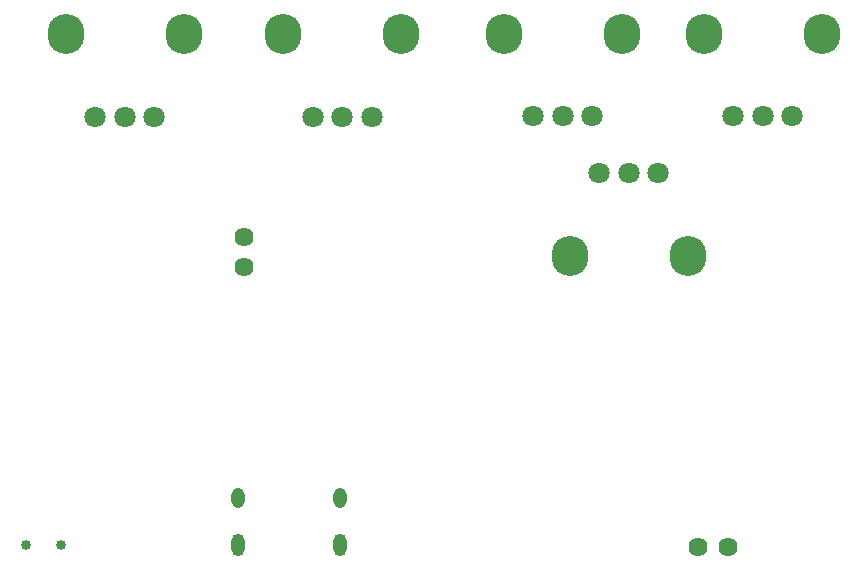
<source format=gbr>
%TF.GenerationSoftware,KiCad,Pcbnew,7.0.2-6a45011f42~172~ubuntu22.04.1*%
%TF.CreationDate,2023-05-03T10:24:55-07:00*%
%TF.ProjectId,hackathon-2022,6861636b-6174-4686-9f6e-2d323032322e,rev?*%
%TF.SameCoordinates,Original*%
%TF.FileFunction,Soldermask,Bot*%
%TF.FilePolarity,Negative*%
%FSLAX46Y46*%
G04 Gerber Fmt 4.6, Leading zero omitted, Abs format (unit mm)*
G04 Created by KiCad (PCBNEW 7.0.2-6a45011f42~172~ubuntu22.04.1) date 2023-05-03 10:24:55*
%MOMM*%
%LPD*%
G01*
G04 APERTURE LIST*
%ADD10C,1.802000*%
%ADD11O,3.102000X3.402000*%
%ADD12C,0.850000*%
%ADD13C,1.620000*%
%ADD14O,1.102000X1.702000*%
%ADD15O,1.102000X1.902000*%
G04 APERTURE END LIST*
D10*
%TO.C,R31*%
X148743714Y-95817671D03*
X151243714Y-95817671D03*
X153743714Y-95817671D03*
D11*
X156243714Y-88817671D03*
X146243714Y-88817671D03*
%TD*%
D10*
%TO.C,R28*%
X111670450Y-95837487D03*
X114170450Y-95837487D03*
X116670450Y-95837487D03*
D11*
X119170450Y-88837487D03*
X109170450Y-88837487D03*
%TD*%
D12*
%TO.C,SW1*%
X105767152Y-132145060D03*
X108767152Y-132145060D03*
%TD*%
D13*
%TO.C,J2*%
X124231509Y-108583566D03*
X124231509Y-106043566D03*
%TD*%
D14*
%TO.C,USB1*%
X123725552Y-128164680D03*
D15*
X123725552Y-132104680D03*
X132375552Y-132104680D03*
D14*
X132375552Y-128164680D03*
%TD*%
D13*
%TO.C,J3*%
X165277522Y-132263141D03*
X162737522Y-132263141D03*
%TD*%
D10*
%TO.C,R27*%
X159343123Y-100595783D03*
X156843123Y-100595783D03*
X154343123Y-100595783D03*
D11*
X151843123Y-107595783D03*
X161843123Y-107595783D03*
%TD*%
D10*
%TO.C,R30*%
X130091666Y-95868877D03*
X132591666Y-95868877D03*
X135091666Y-95868877D03*
D11*
X137591666Y-88868877D03*
X127591666Y-88868877D03*
%TD*%
D10*
%TO.C,R29*%
X165700513Y-95799691D03*
X168200513Y-95799691D03*
X170700513Y-95799691D03*
D11*
X173200513Y-88799691D03*
X163200513Y-88799691D03*
%TD*%
M02*

</source>
